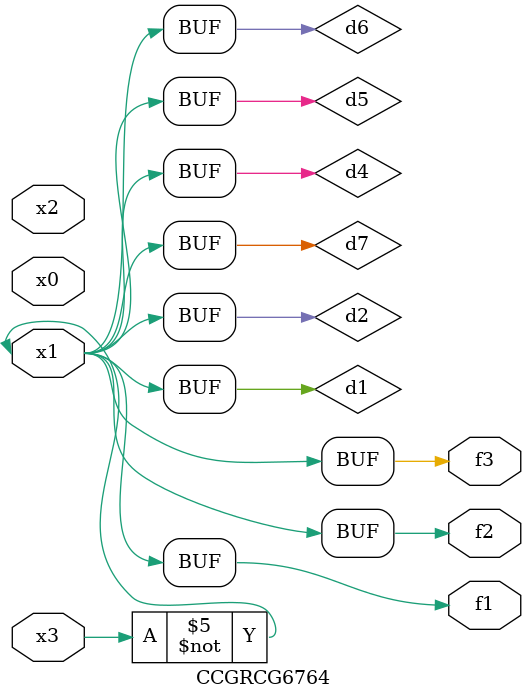
<source format=v>
module CCGRCG6764(
	input x0, x1, x2, x3,
	output f1, f2, f3
);

	wire d1, d2, d3, d4, d5, d6, d7;

	not (d1, x3);
	buf (d2, x1);
	xnor (d3, d1, d2);
	nor (d4, d1);
	buf (d5, d1, d2);
	buf (d6, d4, d5);
	nand (d7, d4);
	assign f1 = d6;
	assign f2 = d7;
	assign f3 = d6;
endmodule

</source>
